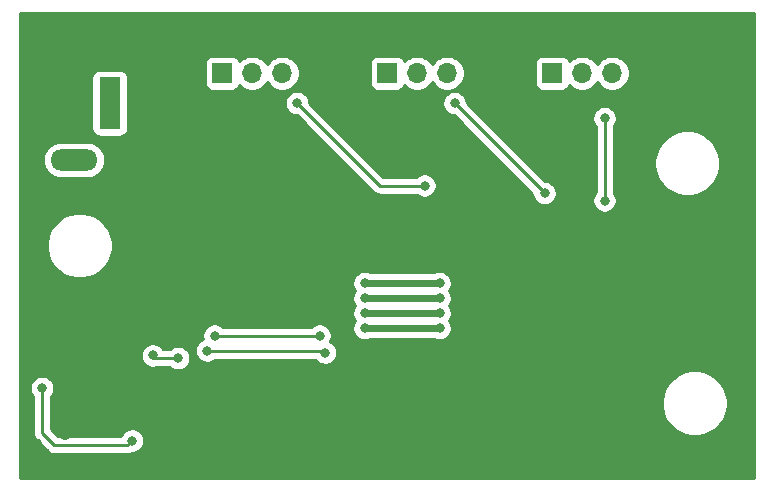
<source format=gbr>
G04 #@! TF.GenerationSoftware,KiCad,Pcbnew,(5.1.5)-3*
G04 #@! TF.CreationDate,2020-06-12T14:11:04-04:00*
G04 #@! TF.ProjectId,main,6d61696e-2e6b-4696-9361-645f70636258,rev?*
G04 #@! TF.SameCoordinates,Original*
G04 #@! TF.FileFunction,Copper,L2,Bot*
G04 #@! TF.FilePolarity,Positive*
%FSLAX46Y46*%
G04 Gerber Fmt 4.6, Leading zero omitted, Abs format (unit mm)*
G04 Created by KiCad (PCBNEW (5.1.5)-3) date 2020-06-12 14:11:04*
%MOMM*%
%LPD*%
G04 APERTURE LIST*
%ADD10O,1.700000X1.700000*%
%ADD11R,1.700000X1.700000*%
%ADD12O,1.550000X1.000000*%
%ADD13O,0.950000X1.250000*%
%ADD14R,1.800000X4.400000*%
%ADD15O,1.800000X4.000000*%
%ADD16O,4.000000X1.800000*%
%ADD17C,0.800000*%
%ADD18C,0.250000*%
%ADD19C,0.600000*%
%ADD20C,0.254000*%
G04 APERTURE END LIST*
D10*
X130810000Y-89535000D03*
X128270000Y-89535000D03*
X125730000Y-89535000D03*
D11*
X123190000Y-89535000D03*
D10*
X116840000Y-89535000D03*
X114300000Y-89535000D03*
X111760000Y-89535000D03*
D11*
X109220000Y-89535000D03*
D12*
X93185000Y-120975000D03*
X93185000Y-113975000D03*
D13*
X95885000Y-114975000D03*
X95885000Y-119975000D03*
D10*
X144780000Y-89535000D03*
X142240000Y-89535000D03*
X139700000Y-89535000D03*
D11*
X137160000Y-89535000D03*
D14*
X99695000Y-92075000D03*
D15*
X93895000Y-92075000D03*
D16*
X96695000Y-96875000D03*
D17*
X92710000Y-85725000D03*
X101600000Y-85725000D03*
X102235000Y-123190000D03*
X99060000Y-116205000D03*
X111125000Y-114935000D03*
X147320000Y-111760000D03*
X123190000Y-122555000D03*
X121285000Y-102235000D03*
X106680000Y-102870000D03*
X104140000Y-103505000D03*
X93345000Y-110490000D03*
X139700000Y-122555000D03*
X130810000Y-114935000D03*
X134620000Y-111125000D03*
X109855000Y-95885000D03*
X116205000Y-103505000D03*
X117475000Y-121920000D03*
X107950000Y-121285000D03*
X101600000Y-120650000D03*
X93980000Y-116205000D03*
X121285000Y-108585000D03*
X127635000Y-108585000D03*
X121285000Y-107315000D03*
X127635000Y-107315000D03*
X121285000Y-109855000D03*
X127635000Y-109855000D03*
X121285000Y-111125000D03*
X127635000Y-111125000D03*
X141605000Y-93345000D03*
X141605000Y-100330002D03*
X126365000Y-99060000D03*
X115570000Y-92075000D03*
X128905000Y-92075000D03*
X136524994Y-99695000D03*
X107950000Y-113030000D03*
X117934000Y-113206000D03*
X105500010Y-113665000D03*
X103345740Y-113433940D03*
X108585000Y-111760000D03*
X117475000Y-111760000D03*
D18*
X101200001Y-121049999D02*
X95014999Y-121049999D01*
X101600000Y-120650000D02*
X101200001Y-121049999D01*
X95014999Y-121049999D02*
X93980000Y-120015000D01*
X93980000Y-120015000D02*
X93980000Y-116205000D01*
D19*
X121285000Y-108585000D02*
X127635000Y-108585000D01*
X127635000Y-107315000D02*
X121285000Y-107315000D01*
X127635000Y-109855000D02*
X121285000Y-109855000D01*
X121285000Y-111125000D02*
X127635000Y-111125000D01*
D18*
X141605000Y-93345000D02*
X141605000Y-100330002D01*
X126365000Y-99060000D02*
X122555000Y-99060000D01*
X122555000Y-99060000D02*
X115969999Y-92474999D01*
X115969999Y-92474999D02*
X115570000Y-92075000D01*
X136524994Y-99694994D02*
X136524994Y-99695000D01*
X128905000Y-92075000D02*
X136524994Y-99694994D01*
X107950000Y-113030000D02*
X117758000Y-113030000D01*
X117758000Y-113030000D02*
X117934000Y-113206000D01*
X103576800Y-113665000D02*
X103345740Y-113433940D01*
X105500010Y-113665000D02*
X103576800Y-113665000D01*
X108585000Y-111760000D02*
X117475000Y-111760000D01*
D20*
G36*
X154280001Y-123800000D02*
G01*
X92100000Y-123800000D01*
X92100000Y-116103061D01*
X92945000Y-116103061D01*
X92945000Y-116306939D01*
X92984774Y-116506898D01*
X93062795Y-116695256D01*
X93176063Y-116864774D01*
X93220001Y-116908712D01*
X93220000Y-119977677D01*
X93216324Y-120015000D01*
X93220000Y-120052322D01*
X93220000Y-120052332D01*
X93230997Y-120163985D01*
X93269222Y-120289999D01*
X93274454Y-120307246D01*
X93345026Y-120439276D01*
X93384871Y-120487826D01*
X93439999Y-120555001D01*
X93469002Y-120578804D01*
X94451200Y-121561002D01*
X94474998Y-121590000D01*
X94503996Y-121613798D01*
X94590723Y-121684973D01*
X94722752Y-121755545D01*
X94866013Y-121799002D01*
X95014999Y-121813676D01*
X95052332Y-121809999D01*
X101162679Y-121809999D01*
X101200001Y-121813675D01*
X101237323Y-121809999D01*
X101237334Y-121809999D01*
X101348987Y-121799002D01*
X101492248Y-121755545D01*
X101624226Y-121685000D01*
X101701939Y-121685000D01*
X101901898Y-121645226D01*
X102090256Y-121567205D01*
X102259774Y-121453937D01*
X102403937Y-121309774D01*
X102517205Y-121140256D01*
X102595226Y-120951898D01*
X102635000Y-120751939D01*
X102635000Y-120548061D01*
X102595226Y-120348102D01*
X102517205Y-120159744D01*
X102403937Y-119990226D01*
X102259774Y-119846063D01*
X102090256Y-119732795D01*
X101901898Y-119654774D01*
X101701939Y-119615000D01*
X101498061Y-119615000D01*
X101298102Y-119654774D01*
X101109744Y-119732795D01*
X100940226Y-119846063D01*
X100796063Y-119990226D01*
X100682795Y-120159744D01*
X100628841Y-120289999D01*
X95329801Y-120289999D01*
X94740000Y-119700199D01*
X94740000Y-117200701D01*
X146440000Y-117200701D01*
X146440000Y-117749299D01*
X146547026Y-118287354D01*
X146756965Y-118794192D01*
X147061750Y-119250334D01*
X147449666Y-119638250D01*
X147905808Y-119943035D01*
X148412646Y-120152974D01*
X148950701Y-120260000D01*
X149499299Y-120260000D01*
X150037354Y-120152974D01*
X150544192Y-119943035D01*
X151000334Y-119638250D01*
X151388250Y-119250334D01*
X151693035Y-118794192D01*
X151902974Y-118287354D01*
X152010000Y-117749299D01*
X152010000Y-117200701D01*
X151902974Y-116662646D01*
X151693035Y-116155808D01*
X151388250Y-115699666D01*
X151000334Y-115311750D01*
X150544192Y-115006965D01*
X150037354Y-114797026D01*
X149499299Y-114690000D01*
X148950701Y-114690000D01*
X148412646Y-114797026D01*
X147905808Y-115006965D01*
X147449666Y-115311750D01*
X147061750Y-115699666D01*
X146756965Y-116155808D01*
X146547026Y-116662646D01*
X146440000Y-117200701D01*
X94740000Y-117200701D01*
X94740000Y-116908711D01*
X94783937Y-116864774D01*
X94897205Y-116695256D01*
X94975226Y-116506898D01*
X95015000Y-116306939D01*
X95015000Y-116103061D01*
X94975226Y-115903102D01*
X94897205Y-115714744D01*
X94783937Y-115545226D01*
X94639774Y-115401063D01*
X94470256Y-115287795D01*
X94281898Y-115209774D01*
X94081939Y-115170000D01*
X93878061Y-115170000D01*
X93678102Y-115209774D01*
X93489744Y-115287795D01*
X93320226Y-115401063D01*
X93176063Y-115545226D01*
X93062795Y-115714744D01*
X92984774Y-115903102D01*
X92945000Y-116103061D01*
X92100000Y-116103061D01*
X92100000Y-113332001D01*
X102310740Y-113332001D01*
X102310740Y-113535879D01*
X102350514Y-113735838D01*
X102428535Y-113924196D01*
X102541803Y-114093714D01*
X102685966Y-114237877D01*
X102855484Y-114351145D01*
X103043842Y-114429166D01*
X103243801Y-114468940D01*
X103447679Y-114468940D01*
X103647638Y-114429166D01*
X103657696Y-114425000D01*
X104796299Y-114425000D01*
X104840236Y-114468937D01*
X105009754Y-114582205D01*
X105198112Y-114660226D01*
X105398071Y-114700000D01*
X105601949Y-114700000D01*
X105801908Y-114660226D01*
X105990266Y-114582205D01*
X106159784Y-114468937D01*
X106303947Y-114324774D01*
X106417215Y-114155256D01*
X106495236Y-113966898D01*
X106535010Y-113766939D01*
X106535010Y-113563061D01*
X106495236Y-113363102D01*
X106417215Y-113174744D01*
X106303947Y-113005226D01*
X106226782Y-112928061D01*
X106915000Y-112928061D01*
X106915000Y-113131939D01*
X106954774Y-113331898D01*
X107032795Y-113520256D01*
X107146063Y-113689774D01*
X107290226Y-113833937D01*
X107459744Y-113947205D01*
X107648102Y-114025226D01*
X107848061Y-114065000D01*
X108051939Y-114065000D01*
X108251898Y-114025226D01*
X108440256Y-113947205D01*
X108609774Y-113833937D01*
X108653711Y-113790000D01*
X117079433Y-113790000D01*
X117130063Y-113865774D01*
X117274226Y-114009937D01*
X117443744Y-114123205D01*
X117632102Y-114201226D01*
X117832061Y-114241000D01*
X118035939Y-114241000D01*
X118235898Y-114201226D01*
X118424256Y-114123205D01*
X118593774Y-114009937D01*
X118737937Y-113865774D01*
X118851205Y-113696256D01*
X118929226Y-113507898D01*
X118969000Y-113307939D01*
X118969000Y-113104061D01*
X118929226Y-112904102D01*
X118851205Y-112715744D01*
X118737937Y-112546226D01*
X118593774Y-112402063D01*
X118424256Y-112288795D01*
X118378984Y-112270043D01*
X118392205Y-112250256D01*
X118470226Y-112061898D01*
X118510000Y-111861939D01*
X118510000Y-111658061D01*
X118470226Y-111458102D01*
X118392205Y-111269744D01*
X118278937Y-111100226D01*
X118134774Y-110956063D01*
X117965256Y-110842795D01*
X117776898Y-110764774D01*
X117576939Y-110725000D01*
X117373061Y-110725000D01*
X117173102Y-110764774D01*
X116984744Y-110842795D01*
X116815226Y-110956063D01*
X116771289Y-111000000D01*
X109288711Y-111000000D01*
X109244774Y-110956063D01*
X109075256Y-110842795D01*
X108886898Y-110764774D01*
X108686939Y-110725000D01*
X108483061Y-110725000D01*
X108283102Y-110764774D01*
X108094744Y-110842795D01*
X107925226Y-110956063D01*
X107781063Y-111100226D01*
X107667795Y-111269744D01*
X107589774Y-111458102D01*
X107550000Y-111658061D01*
X107550000Y-111861939D01*
X107589229Y-112059160D01*
X107459744Y-112112795D01*
X107290226Y-112226063D01*
X107146063Y-112370226D01*
X107032795Y-112539744D01*
X106954774Y-112728102D01*
X106915000Y-112928061D01*
X106226782Y-112928061D01*
X106159784Y-112861063D01*
X105990266Y-112747795D01*
X105801908Y-112669774D01*
X105601949Y-112630000D01*
X105398071Y-112630000D01*
X105198112Y-112669774D01*
X105009754Y-112747795D01*
X104840236Y-112861063D01*
X104796299Y-112905000D01*
X104237097Y-112905000D01*
X104149677Y-112774166D01*
X104005514Y-112630003D01*
X103835996Y-112516735D01*
X103647638Y-112438714D01*
X103447679Y-112398940D01*
X103243801Y-112398940D01*
X103043842Y-112438714D01*
X102855484Y-112516735D01*
X102685966Y-112630003D01*
X102541803Y-112774166D01*
X102428535Y-112943684D01*
X102350514Y-113132042D01*
X102310740Y-113332001D01*
X92100000Y-113332001D01*
X92100000Y-107213061D01*
X120250000Y-107213061D01*
X120250000Y-107416939D01*
X120289774Y-107616898D01*
X120367795Y-107805256D01*
X120464510Y-107950000D01*
X120367795Y-108094744D01*
X120289774Y-108283102D01*
X120250000Y-108483061D01*
X120250000Y-108686939D01*
X120289774Y-108886898D01*
X120367795Y-109075256D01*
X120464510Y-109220000D01*
X120367795Y-109364744D01*
X120289774Y-109553102D01*
X120250000Y-109753061D01*
X120250000Y-109956939D01*
X120289774Y-110156898D01*
X120367795Y-110345256D01*
X120464510Y-110490000D01*
X120367795Y-110634744D01*
X120289774Y-110823102D01*
X120250000Y-111023061D01*
X120250000Y-111226939D01*
X120289774Y-111426898D01*
X120367795Y-111615256D01*
X120481063Y-111784774D01*
X120625226Y-111928937D01*
X120794744Y-112042205D01*
X120983102Y-112120226D01*
X121183061Y-112160000D01*
X121386939Y-112160000D01*
X121586898Y-112120226D01*
X121732295Y-112060000D01*
X127187705Y-112060000D01*
X127333102Y-112120226D01*
X127533061Y-112160000D01*
X127736939Y-112160000D01*
X127936898Y-112120226D01*
X128125256Y-112042205D01*
X128294774Y-111928937D01*
X128438937Y-111784774D01*
X128552205Y-111615256D01*
X128630226Y-111426898D01*
X128670000Y-111226939D01*
X128670000Y-111023061D01*
X128630226Y-110823102D01*
X128552205Y-110634744D01*
X128455490Y-110490000D01*
X128552205Y-110345256D01*
X128630226Y-110156898D01*
X128670000Y-109956939D01*
X128670000Y-109753061D01*
X128630226Y-109553102D01*
X128552205Y-109364744D01*
X128455490Y-109220000D01*
X128552205Y-109075256D01*
X128630226Y-108886898D01*
X128670000Y-108686939D01*
X128670000Y-108483061D01*
X128630226Y-108283102D01*
X128552205Y-108094744D01*
X128455490Y-107950000D01*
X128552205Y-107805256D01*
X128630226Y-107616898D01*
X128670000Y-107416939D01*
X128670000Y-107213061D01*
X128630226Y-107013102D01*
X128552205Y-106824744D01*
X128438937Y-106655226D01*
X128294774Y-106511063D01*
X128125256Y-106397795D01*
X127936898Y-106319774D01*
X127736939Y-106280000D01*
X127533061Y-106280000D01*
X127333102Y-106319774D01*
X127187705Y-106380000D01*
X121732295Y-106380000D01*
X121586898Y-106319774D01*
X121386939Y-106280000D01*
X121183061Y-106280000D01*
X120983102Y-106319774D01*
X120794744Y-106397795D01*
X120625226Y-106511063D01*
X120481063Y-106655226D01*
X120367795Y-106824744D01*
X120289774Y-107013102D01*
X120250000Y-107213061D01*
X92100000Y-107213061D01*
X92100000Y-103865701D01*
X94370000Y-103865701D01*
X94370000Y-104414299D01*
X94477026Y-104952354D01*
X94686965Y-105459192D01*
X94991750Y-105915334D01*
X95379666Y-106303250D01*
X95835808Y-106608035D01*
X96342646Y-106817974D01*
X96880701Y-106925000D01*
X97429299Y-106925000D01*
X97967354Y-106817974D01*
X98474192Y-106608035D01*
X98930334Y-106303250D01*
X99318250Y-105915334D01*
X99623035Y-105459192D01*
X99832974Y-104952354D01*
X99940000Y-104414299D01*
X99940000Y-103865701D01*
X99832974Y-103327646D01*
X99623035Y-102820808D01*
X99318250Y-102364666D01*
X98930334Y-101976750D01*
X98474192Y-101671965D01*
X97967354Y-101462026D01*
X97429299Y-101355000D01*
X96880701Y-101355000D01*
X96342646Y-101462026D01*
X95835808Y-101671965D01*
X95379666Y-101976750D01*
X94991750Y-102364666D01*
X94686965Y-102820808D01*
X94477026Y-103327646D01*
X94370000Y-103865701D01*
X92100000Y-103865701D01*
X92100000Y-96875000D01*
X94052573Y-96875000D01*
X94082210Y-97175913D01*
X94169983Y-97465261D01*
X94312519Y-97731927D01*
X94504339Y-97965661D01*
X94738073Y-98157481D01*
X95004739Y-98300017D01*
X95294087Y-98387790D01*
X95519592Y-98410000D01*
X97870408Y-98410000D01*
X98095913Y-98387790D01*
X98385261Y-98300017D01*
X98651927Y-98157481D01*
X98885661Y-97965661D01*
X99077481Y-97731927D01*
X99220017Y-97465261D01*
X99307790Y-97175913D01*
X99337427Y-96875000D01*
X99307790Y-96574087D01*
X99220017Y-96284739D01*
X99077481Y-96018073D01*
X98885661Y-95784339D01*
X98651927Y-95592519D01*
X98385261Y-95449983D01*
X98095913Y-95362210D01*
X97870408Y-95340000D01*
X95519592Y-95340000D01*
X95294087Y-95362210D01*
X95004739Y-95449983D01*
X94738073Y-95592519D01*
X94504339Y-95784339D01*
X94312519Y-96018073D01*
X94169983Y-96284739D01*
X94082210Y-96574087D01*
X94052573Y-96875000D01*
X92100000Y-96875000D01*
X92100000Y-89875000D01*
X98156928Y-89875000D01*
X98156928Y-94275000D01*
X98169188Y-94399482D01*
X98205498Y-94519180D01*
X98264463Y-94629494D01*
X98343815Y-94726185D01*
X98440506Y-94805537D01*
X98550820Y-94864502D01*
X98670518Y-94900812D01*
X98795000Y-94913072D01*
X100595000Y-94913072D01*
X100719482Y-94900812D01*
X100839180Y-94864502D01*
X100949494Y-94805537D01*
X101046185Y-94726185D01*
X101125537Y-94629494D01*
X101184502Y-94519180D01*
X101220812Y-94399482D01*
X101233072Y-94275000D01*
X101233072Y-91973061D01*
X114535000Y-91973061D01*
X114535000Y-92176939D01*
X114574774Y-92376898D01*
X114652795Y-92565256D01*
X114766063Y-92734774D01*
X114910226Y-92878937D01*
X115079744Y-92992205D01*
X115268102Y-93070226D01*
X115468061Y-93110000D01*
X115530199Y-93110000D01*
X121991201Y-99571003D01*
X122014999Y-99600001D01*
X122130724Y-99694974D01*
X122262753Y-99765546D01*
X122406014Y-99809003D01*
X122517667Y-99820000D01*
X122517675Y-99820000D01*
X122555000Y-99823676D01*
X122592325Y-99820000D01*
X125661289Y-99820000D01*
X125705226Y-99863937D01*
X125874744Y-99977205D01*
X126063102Y-100055226D01*
X126263061Y-100095000D01*
X126466939Y-100095000D01*
X126666898Y-100055226D01*
X126855256Y-99977205D01*
X127024774Y-99863937D01*
X127168937Y-99719774D01*
X127282205Y-99550256D01*
X127360226Y-99361898D01*
X127400000Y-99161939D01*
X127400000Y-98958061D01*
X127360226Y-98758102D01*
X127282205Y-98569744D01*
X127168937Y-98400226D01*
X127024774Y-98256063D01*
X126855256Y-98142795D01*
X126666898Y-98064774D01*
X126466939Y-98025000D01*
X126263061Y-98025000D01*
X126063102Y-98064774D01*
X125874744Y-98142795D01*
X125705226Y-98256063D01*
X125661289Y-98300000D01*
X122869802Y-98300000D01*
X116605000Y-92035199D01*
X116605000Y-91973061D01*
X127870000Y-91973061D01*
X127870000Y-92176939D01*
X127909774Y-92376898D01*
X127987795Y-92565256D01*
X128101063Y-92734774D01*
X128245226Y-92878937D01*
X128414744Y-92992205D01*
X128603102Y-93070226D01*
X128803061Y-93110000D01*
X128865199Y-93110000D01*
X135489994Y-99734796D01*
X135489994Y-99796939D01*
X135529768Y-99996898D01*
X135607789Y-100185256D01*
X135721057Y-100354774D01*
X135865220Y-100498937D01*
X136034738Y-100612205D01*
X136223096Y-100690226D01*
X136423055Y-100730000D01*
X136626933Y-100730000D01*
X136826892Y-100690226D01*
X137015250Y-100612205D01*
X137184768Y-100498937D01*
X137328931Y-100354774D01*
X137442199Y-100185256D01*
X137520220Y-99996898D01*
X137559994Y-99796939D01*
X137559994Y-99593061D01*
X137520220Y-99393102D01*
X137442199Y-99204744D01*
X137328931Y-99035226D01*
X137184768Y-98891063D01*
X137015250Y-98777795D01*
X136826892Y-98699774D01*
X136626933Y-98660000D01*
X136564802Y-98660000D01*
X131147863Y-93243061D01*
X140570000Y-93243061D01*
X140570000Y-93446939D01*
X140609774Y-93646898D01*
X140687795Y-93835256D01*
X140801063Y-94004774D01*
X140845000Y-94048711D01*
X140845001Y-99626290D01*
X140801063Y-99670228D01*
X140687795Y-99839746D01*
X140609774Y-100028104D01*
X140570000Y-100228063D01*
X140570000Y-100431941D01*
X140609774Y-100631900D01*
X140687795Y-100820258D01*
X140801063Y-100989776D01*
X140945226Y-101133939D01*
X141114744Y-101247207D01*
X141303102Y-101325228D01*
X141503061Y-101365002D01*
X141706939Y-101365002D01*
X141906898Y-101325228D01*
X142095256Y-101247207D01*
X142264774Y-101133939D01*
X142408937Y-100989776D01*
X142522205Y-100820258D01*
X142600226Y-100631900D01*
X142640000Y-100431941D01*
X142640000Y-100228063D01*
X142600226Y-100028104D01*
X142522205Y-99839746D01*
X142408937Y-99670228D01*
X142365000Y-99626291D01*
X142365000Y-96880701D01*
X145805000Y-96880701D01*
X145805000Y-97429299D01*
X145912026Y-97967354D01*
X146121965Y-98474192D01*
X146426750Y-98930334D01*
X146814666Y-99318250D01*
X147270808Y-99623035D01*
X147777646Y-99832974D01*
X148315701Y-99940000D01*
X148864299Y-99940000D01*
X149402354Y-99832974D01*
X149909192Y-99623035D01*
X150365334Y-99318250D01*
X150753250Y-98930334D01*
X151058035Y-98474192D01*
X151267974Y-97967354D01*
X151375000Y-97429299D01*
X151375000Y-96880701D01*
X151267974Y-96342646D01*
X151058035Y-95835808D01*
X150753250Y-95379666D01*
X150365334Y-94991750D01*
X149909192Y-94686965D01*
X149402354Y-94477026D01*
X148864299Y-94370000D01*
X148315701Y-94370000D01*
X147777646Y-94477026D01*
X147270808Y-94686965D01*
X146814666Y-94991750D01*
X146426750Y-95379666D01*
X146121965Y-95835808D01*
X145912026Y-96342646D01*
X145805000Y-96880701D01*
X142365000Y-96880701D01*
X142365000Y-94048711D01*
X142408937Y-94004774D01*
X142522205Y-93835256D01*
X142600226Y-93646898D01*
X142640000Y-93446939D01*
X142640000Y-93243061D01*
X142600226Y-93043102D01*
X142522205Y-92854744D01*
X142408937Y-92685226D01*
X142264774Y-92541063D01*
X142095256Y-92427795D01*
X141906898Y-92349774D01*
X141706939Y-92310000D01*
X141503061Y-92310000D01*
X141303102Y-92349774D01*
X141114744Y-92427795D01*
X140945226Y-92541063D01*
X140801063Y-92685226D01*
X140687795Y-92854744D01*
X140609774Y-93043102D01*
X140570000Y-93243061D01*
X131147863Y-93243061D01*
X129940000Y-92035199D01*
X129940000Y-91973061D01*
X129900226Y-91773102D01*
X129822205Y-91584744D01*
X129708937Y-91415226D01*
X129564774Y-91271063D01*
X129395256Y-91157795D01*
X129206898Y-91079774D01*
X129006939Y-91040000D01*
X128803061Y-91040000D01*
X128603102Y-91079774D01*
X128414744Y-91157795D01*
X128245226Y-91271063D01*
X128101063Y-91415226D01*
X127987795Y-91584744D01*
X127909774Y-91773102D01*
X127870000Y-91973061D01*
X116605000Y-91973061D01*
X116565226Y-91773102D01*
X116487205Y-91584744D01*
X116373937Y-91415226D01*
X116229774Y-91271063D01*
X116060256Y-91157795D01*
X115871898Y-91079774D01*
X115671939Y-91040000D01*
X115468061Y-91040000D01*
X115268102Y-91079774D01*
X115079744Y-91157795D01*
X114910226Y-91271063D01*
X114766063Y-91415226D01*
X114652795Y-91584744D01*
X114574774Y-91773102D01*
X114535000Y-91973061D01*
X101233072Y-91973061D01*
X101233072Y-89875000D01*
X101220812Y-89750518D01*
X101184502Y-89630820D01*
X101125537Y-89520506D01*
X101046185Y-89423815D01*
X100949494Y-89344463D01*
X100839180Y-89285498D01*
X100719482Y-89249188D01*
X100595000Y-89236928D01*
X98795000Y-89236928D01*
X98670518Y-89249188D01*
X98550820Y-89285498D01*
X98440506Y-89344463D01*
X98343815Y-89423815D01*
X98264463Y-89520506D01*
X98205498Y-89630820D01*
X98169188Y-89750518D01*
X98156928Y-89875000D01*
X92100000Y-89875000D01*
X92100000Y-88685000D01*
X107731928Y-88685000D01*
X107731928Y-90385000D01*
X107744188Y-90509482D01*
X107780498Y-90629180D01*
X107839463Y-90739494D01*
X107918815Y-90836185D01*
X108015506Y-90915537D01*
X108125820Y-90974502D01*
X108245518Y-91010812D01*
X108370000Y-91023072D01*
X110070000Y-91023072D01*
X110194482Y-91010812D01*
X110314180Y-90974502D01*
X110424494Y-90915537D01*
X110521185Y-90836185D01*
X110600537Y-90739494D01*
X110659502Y-90629180D01*
X110681513Y-90556620D01*
X110813368Y-90688475D01*
X111056589Y-90850990D01*
X111326842Y-90962932D01*
X111613740Y-91020000D01*
X111906260Y-91020000D01*
X112193158Y-90962932D01*
X112463411Y-90850990D01*
X112706632Y-90688475D01*
X112913475Y-90481632D01*
X113030000Y-90307240D01*
X113146525Y-90481632D01*
X113353368Y-90688475D01*
X113596589Y-90850990D01*
X113866842Y-90962932D01*
X114153740Y-91020000D01*
X114446260Y-91020000D01*
X114733158Y-90962932D01*
X115003411Y-90850990D01*
X115246632Y-90688475D01*
X115453475Y-90481632D01*
X115615990Y-90238411D01*
X115727932Y-89968158D01*
X115785000Y-89681260D01*
X115785000Y-89388740D01*
X115727932Y-89101842D01*
X115615990Y-88831589D01*
X115518043Y-88685000D01*
X121701928Y-88685000D01*
X121701928Y-90385000D01*
X121714188Y-90509482D01*
X121750498Y-90629180D01*
X121809463Y-90739494D01*
X121888815Y-90836185D01*
X121985506Y-90915537D01*
X122095820Y-90974502D01*
X122215518Y-91010812D01*
X122340000Y-91023072D01*
X124040000Y-91023072D01*
X124164482Y-91010812D01*
X124284180Y-90974502D01*
X124394494Y-90915537D01*
X124491185Y-90836185D01*
X124570537Y-90739494D01*
X124629502Y-90629180D01*
X124651513Y-90556620D01*
X124783368Y-90688475D01*
X125026589Y-90850990D01*
X125296842Y-90962932D01*
X125583740Y-91020000D01*
X125876260Y-91020000D01*
X126163158Y-90962932D01*
X126433411Y-90850990D01*
X126676632Y-90688475D01*
X126883475Y-90481632D01*
X127000000Y-90307240D01*
X127116525Y-90481632D01*
X127323368Y-90688475D01*
X127566589Y-90850990D01*
X127836842Y-90962932D01*
X128123740Y-91020000D01*
X128416260Y-91020000D01*
X128703158Y-90962932D01*
X128973411Y-90850990D01*
X129216632Y-90688475D01*
X129423475Y-90481632D01*
X129585990Y-90238411D01*
X129697932Y-89968158D01*
X129755000Y-89681260D01*
X129755000Y-89388740D01*
X129697932Y-89101842D01*
X129585990Y-88831589D01*
X129488043Y-88685000D01*
X135671928Y-88685000D01*
X135671928Y-90385000D01*
X135684188Y-90509482D01*
X135720498Y-90629180D01*
X135779463Y-90739494D01*
X135858815Y-90836185D01*
X135955506Y-90915537D01*
X136065820Y-90974502D01*
X136185518Y-91010812D01*
X136310000Y-91023072D01*
X138010000Y-91023072D01*
X138134482Y-91010812D01*
X138254180Y-90974502D01*
X138364494Y-90915537D01*
X138461185Y-90836185D01*
X138540537Y-90739494D01*
X138599502Y-90629180D01*
X138621513Y-90556620D01*
X138753368Y-90688475D01*
X138996589Y-90850990D01*
X139266842Y-90962932D01*
X139553740Y-91020000D01*
X139846260Y-91020000D01*
X140133158Y-90962932D01*
X140403411Y-90850990D01*
X140646632Y-90688475D01*
X140853475Y-90481632D01*
X140970000Y-90307240D01*
X141086525Y-90481632D01*
X141293368Y-90688475D01*
X141536589Y-90850990D01*
X141806842Y-90962932D01*
X142093740Y-91020000D01*
X142386260Y-91020000D01*
X142673158Y-90962932D01*
X142943411Y-90850990D01*
X143186632Y-90688475D01*
X143393475Y-90481632D01*
X143555990Y-90238411D01*
X143667932Y-89968158D01*
X143725000Y-89681260D01*
X143725000Y-89388740D01*
X143667932Y-89101842D01*
X143555990Y-88831589D01*
X143393475Y-88588368D01*
X143186632Y-88381525D01*
X142943411Y-88219010D01*
X142673158Y-88107068D01*
X142386260Y-88050000D01*
X142093740Y-88050000D01*
X141806842Y-88107068D01*
X141536589Y-88219010D01*
X141293368Y-88381525D01*
X141086525Y-88588368D01*
X140970000Y-88762760D01*
X140853475Y-88588368D01*
X140646632Y-88381525D01*
X140403411Y-88219010D01*
X140133158Y-88107068D01*
X139846260Y-88050000D01*
X139553740Y-88050000D01*
X139266842Y-88107068D01*
X138996589Y-88219010D01*
X138753368Y-88381525D01*
X138621513Y-88513380D01*
X138599502Y-88440820D01*
X138540537Y-88330506D01*
X138461185Y-88233815D01*
X138364494Y-88154463D01*
X138254180Y-88095498D01*
X138134482Y-88059188D01*
X138010000Y-88046928D01*
X136310000Y-88046928D01*
X136185518Y-88059188D01*
X136065820Y-88095498D01*
X135955506Y-88154463D01*
X135858815Y-88233815D01*
X135779463Y-88330506D01*
X135720498Y-88440820D01*
X135684188Y-88560518D01*
X135671928Y-88685000D01*
X129488043Y-88685000D01*
X129423475Y-88588368D01*
X129216632Y-88381525D01*
X128973411Y-88219010D01*
X128703158Y-88107068D01*
X128416260Y-88050000D01*
X128123740Y-88050000D01*
X127836842Y-88107068D01*
X127566589Y-88219010D01*
X127323368Y-88381525D01*
X127116525Y-88588368D01*
X127000000Y-88762760D01*
X126883475Y-88588368D01*
X126676632Y-88381525D01*
X126433411Y-88219010D01*
X126163158Y-88107068D01*
X125876260Y-88050000D01*
X125583740Y-88050000D01*
X125296842Y-88107068D01*
X125026589Y-88219010D01*
X124783368Y-88381525D01*
X124651513Y-88513380D01*
X124629502Y-88440820D01*
X124570537Y-88330506D01*
X124491185Y-88233815D01*
X124394494Y-88154463D01*
X124284180Y-88095498D01*
X124164482Y-88059188D01*
X124040000Y-88046928D01*
X122340000Y-88046928D01*
X122215518Y-88059188D01*
X122095820Y-88095498D01*
X121985506Y-88154463D01*
X121888815Y-88233815D01*
X121809463Y-88330506D01*
X121750498Y-88440820D01*
X121714188Y-88560518D01*
X121701928Y-88685000D01*
X115518043Y-88685000D01*
X115453475Y-88588368D01*
X115246632Y-88381525D01*
X115003411Y-88219010D01*
X114733158Y-88107068D01*
X114446260Y-88050000D01*
X114153740Y-88050000D01*
X113866842Y-88107068D01*
X113596589Y-88219010D01*
X113353368Y-88381525D01*
X113146525Y-88588368D01*
X113030000Y-88762760D01*
X112913475Y-88588368D01*
X112706632Y-88381525D01*
X112463411Y-88219010D01*
X112193158Y-88107068D01*
X111906260Y-88050000D01*
X111613740Y-88050000D01*
X111326842Y-88107068D01*
X111056589Y-88219010D01*
X110813368Y-88381525D01*
X110681513Y-88513380D01*
X110659502Y-88440820D01*
X110600537Y-88330506D01*
X110521185Y-88233815D01*
X110424494Y-88154463D01*
X110314180Y-88095498D01*
X110194482Y-88059188D01*
X110070000Y-88046928D01*
X108370000Y-88046928D01*
X108245518Y-88059188D01*
X108125820Y-88095498D01*
X108015506Y-88154463D01*
X107918815Y-88233815D01*
X107839463Y-88330506D01*
X107780498Y-88440820D01*
X107744188Y-88560518D01*
X107731928Y-88685000D01*
X92100000Y-88685000D01*
X92100000Y-84480000D01*
X154280000Y-84480000D01*
X154280001Y-123800000D01*
G37*
X154280001Y-123800000D02*
X92100000Y-123800000D01*
X92100000Y-116103061D01*
X92945000Y-116103061D01*
X92945000Y-116306939D01*
X92984774Y-116506898D01*
X93062795Y-116695256D01*
X93176063Y-116864774D01*
X93220001Y-116908712D01*
X93220000Y-119977677D01*
X93216324Y-120015000D01*
X93220000Y-120052322D01*
X93220000Y-120052332D01*
X93230997Y-120163985D01*
X93269222Y-120289999D01*
X93274454Y-120307246D01*
X93345026Y-120439276D01*
X93384871Y-120487826D01*
X93439999Y-120555001D01*
X93469002Y-120578804D01*
X94451200Y-121561002D01*
X94474998Y-121590000D01*
X94503996Y-121613798D01*
X94590723Y-121684973D01*
X94722752Y-121755545D01*
X94866013Y-121799002D01*
X95014999Y-121813676D01*
X95052332Y-121809999D01*
X101162679Y-121809999D01*
X101200001Y-121813675D01*
X101237323Y-121809999D01*
X101237334Y-121809999D01*
X101348987Y-121799002D01*
X101492248Y-121755545D01*
X101624226Y-121685000D01*
X101701939Y-121685000D01*
X101901898Y-121645226D01*
X102090256Y-121567205D01*
X102259774Y-121453937D01*
X102403937Y-121309774D01*
X102517205Y-121140256D01*
X102595226Y-120951898D01*
X102635000Y-120751939D01*
X102635000Y-120548061D01*
X102595226Y-120348102D01*
X102517205Y-120159744D01*
X102403937Y-119990226D01*
X102259774Y-119846063D01*
X102090256Y-119732795D01*
X101901898Y-119654774D01*
X101701939Y-119615000D01*
X101498061Y-119615000D01*
X101298102Y-119654774D01*
X101109744Y-119732795D01*
X100940226Y-119846063D01*
X100796063Y-119990226D01*
X100682795Y-120159744D01*
X100628841Y-120289999D01*
X95329801Y-120289999D01*
X94740000Y-119700199D01*
X94740000Y-117200701D01*
X146440000Y-117200701D01*
X146440000Y-117749299D01*
X146547026Y-118287354D01*
X146756965Y-118794192D01*
X147061750Y-119250334D01*
X147449666Y-119638250D01*
X147905808Y-119943035D01*
X148412646Y-120152974D01*
X148950701Y-120260000D01*
X149499299Y-120260000D01*
X150037354Y-120152974D01*
X150544192Y-119943035D01*
X151000334Y-119638250D01*
X151388250Y-119250334D01*
X151693035Y-118794192D01*
X151902974Y-118287354D01*
X152010000Y-117749299D01*
X152010000Y-117200701D01*
X151902974Y-116662646D01*
X151693035Y-116155808D01*
X151388250Y-115699666D01*
X151000334Y-115311750D01*
X150544192Y-115006965D01*
X150037354Y-114797026D01*
X149499299Y-114690000D01*
X148950701Y-114690000D01*
X148412646Y-114797026D01*
X147905808Y-115006965D01*
X147449666Y-115311750D01*
X147061750Y-115699666D01*
X146756965Y-116155808D01*
X146547026Y-116662646D01*
X146440000Y-117200701D01*
X94740000Y-117200701D01*
X94740000Y-116908711D01*
X94783937Y-116864774D01*
X94897205Y-116695256D01*
X94975226Y-116506898D01*
X95015000Y-116306939D01*
X95015000Y-116103061D01*
X94975226Y-115903102D01*
X94897205Y-115714744D01*
X94783937Y-115545226D01*
X94639774Y-115401063D01*
X94470256Y-115287795D01*
X94281898Y-115209774D01*
X94081939Y-115170000D01*
X93878061Y-115170000D01*
X93678102Y-115209774D01*
X93489744Y-115287795D01*
X93320226Y-115401063D01*
X93176063Y-115545226D01*
X93062795Y-115714744D01*
X92984774Y-115903102D01*
X92945000Y-116103061D01*
X92100000Y-116103061D01*
X92100000Y-113332001D01*
X102310740Y-113332001D01*
X102310740Y-113535879D01*
X102350514Y-113735838D01*
X102428535Y-113924196D01*
X102541803Y-114093714D01*
X102685966Y-114237877D01*
X102855484Y-114351145D01*
X103043842Y-114429166D01*
X103243801Y-114468940D01*
X103447679Y-114468940D01*
X103647638Y-114429166D01*
X103657696Y-114425000D01*
X104796299Y-114425000D01*
X104840236Y-114468937D01*
X105009754Y-114582205D01*
X105198112Y-114660226D01*
X105398071Y-114700000D01*
X105601949Y-114700000D01*
X105801908Y-114660226D01*
X105990266Y-114582205D01*
X106159784Y-114468937D01*
X106303947Y-114324774D01*
X106417215Y-114155256D01*
X106495236Y-113966898D01*
X106535010Y-113766939D01*
X106535010Y-113563061D01*
X106495236Y-113363102D01*
X106417215Y-113174744D01*
X106303947Y-113005226D01*
X106226782Y-112928061D01*
X106915000Y-112928061D01*
X106915000Y-113131939D01*
X106954774Y-113331898D01*
X107032795Y-113520256D01*
X107146063Y-113689774D01*
X107290226Y-113833937D01*
X107459744Y-113947205D01*
X107648102Y-114025226D01*
X107848061Y-114065000D01*
X108051939Y-114065000D01*
X108251898Y-114025226D01*
X108440256Y-113947205D01*
X108609774Y-113833937D01*
X108653711Y-113790000D01*
X117079433Y-113790000D01*
X117130063Y-113865774D01*
X117274226Y-114009937D01*
X117443744Y-114123205D01*
X117632102Y-114201226D01*
X117832061Y-114241000D01*
X118035939Y-114241000D01*
X118235898Y-114201226D01*
X118424256Y-114123205D01*
X118593774Y-114009937D01*
X118737937Y-113865774D01*
X118851205Y-113696256D01*
X118929226Y-113507898D01*
X118969000Y-113307939D01*
X118969000Y-113104061D01*
X118929226Y-112904102D01*
X118851205Y-112715744D01*
X118737937Y-112546226D01*
X118593774Y-112402063D01*
X118424256Y-112288795D01*
X118378984Y-112270043D01*
X118392205Y-112250256D01*
X118470226Y-112061898D01*
X118510000Y-111861939D01*
X118510000Y-111658061D01*
X118470226Y-111458102D01*
X118392205Y-111269744D01*
X118278937Y-111100226D01*
X118134774Y-110956063D01*
X117965256Y-110842795D01*
X117776898Y-110764774D01*
X117576939Y-110725000D01*
X117373061Y-110725000D01*
X117173102Y-110764774D01*
X116984744Y-110842795D01*
X116815226Y-110956063D01*
X116771289Y-111000000D01*
X109288711Y-111000000D01*
X109244774Y-110956063D01*
X109075256Y-110842795D01*
X108886898Y-110764774D01*
X108686939Y-110725000D01*
X108483061Y-110725000D01*
X108283102Y-110764774D01*
X108094744Y-110842795D01*
X107925226Y-110956063D01*
X107781063Y-111100226D01*
X107667795Y-111269744D01*
X107589774Y-111458102D01*
X107550000Y-111658061D01*
X107550000Y-111861939D01*
X107589229Y-112059160D01*
X107459744Y-112112795D01*
X107290226Y-112226063D01*
X107146063Y-112370226D01*
X107032795Y-112539744D01*
X106954774Y-112728102D01*
X106915000Y-112928061D01*
X106226782Y-112928061D01*
X106159784Y-112861063D01*
X105990266Y-112747795D01*
X105801908Y-112669774D01*
X105601949Y-112630000D01*
X105398071Y-112630000D01*
X105198112Y-112669774D01*
X105009754Y-112747795D01*
X104840236Y-112861063D01*
X104796299Y-112905000D01*
X104237097Y-112905000D01*
X104149677Y-112774166D01*
X104005514Y-112630003D01*
X103835996Y-112516735D01*
X103647638Y-112438714D01*
X103447679Y-112398940D01*
X103243801Y-112398940D01*
X103043842Y-112438714D01*
X102855484Y-112516735D01*
X102685966Y-112630003D01*
X102541803Y-112774166D01*
X102428535Y-112943684D01*
X102350514Y-113132042D01*
X102310740Y-113332001D01*
X92100000Y-113332001D01*
X92100000Y-107213061D01*
X120250000Y-107213061D01*
X120250000Y-107416939D01*
X120289774Y-107616898D01*
X120367795Y-107805256D01*
X120464510Y-107950000D01*
X120367795Y-108094744D01*
X120289774Y-108283102D01*
X120250000Y-108483061D01*
X120250000Y-108686939D01*
X120289774Y-108886898D01*
X120367795Y-109075256D01*
X120464510Y-109220000D01*
X120367795Y-109364744D01*
X120289774Y-109553102D01*
X120250000Y-109753061D01*
X120250000Y-109956939D01*
X120289774Y-110156898D01*
X120367795Y-110345256D01*
X120464510Y-110490000D01*
X120367795Y-110634744D01*
X120289774Y-110823102D01*
X120250000Y-111023061D01*
X120250000Y-111226939D01*
X120289774Y-111426898D01*
X120367795Y-111615256D01*
X120481063Y-111784774D01*
X120625226Y-111928937D01*
X120794744Y-112042205D01*
X120983102Y-112120226D01*
X121183061Y-112160000D01*
X121386939Y-112160000D01*
X121586898Y-112120226D01*
X121732295Y-112060000D01*
X127187705Y-112060000D01*
X127333102Y-112120226D01*
X127533061Y-112160000D01*
X127736939Y-112160000D01*
X127936898Y-112120226D01*
X128125256Y-112042205D01*
X128294774Y-111928937D01*
X128438937Y-111784774D01*
X128552205Y-111615256D01*
X128630226Y-111426898D01*
X128670000Y-111226939D01*
X128670000Y-111023061D01*
X128630226Y-110823102D01*
X128552205Y-110634744D01*
X128455490Y-110490000D01*
X128552205Y-110345256D01*
X128630226Y-110156898D01*
X128670000Y-109956939D01*
X128670000Y-109753061D01*
X128630226Y-109553102D01*
X128552205Y-109364744D01*
X128455490Y-109220000D01*
X128552205Y-109075256D01*
X128630226Y-108886898D01*
X128670000Y-108686939D01*
X128670000Y-108483061D01*
X128630226Y-108283102D01*
X128552205Y-108094744D01*
X128455490Y-107950000D01*
X128552205Y-107805256D01*
X128630226Y-107616898D01*
X128670000Y-107416939D01*
X128670000Y-107213061D01*
X128630226Y-107013102D01*
X128552205Y-106824744D01*
X128438937Y-106655226D01*
X128294774Y-106511063D01*
X128125256Y-106397795D01*
X127936898Y-106319774D01*
X127736939Y-106280000D01*
X127533061Y-106280000D01*
X127333102Y-106319774D01*
X127187705Y-106380000D01*
X121732295Y-106380000D01*
X121586898Y-106319774D01*
X121386939Y-106280000D01*
X121183061Y-106280000D01*
X120983102Y-106319774D01*
X120794744Y-106397795D01*
X120625226Y-106511063D01*
X120481063Y-106655226D01*
X120367795Y-106824744D01*
X120289774Y-107013102D01*
X120250000Y-107213061D01*
X92100000Y-107213061D01*
X92100000Y-103865701D01*
X94370000Y-103865701D01*
X94370000Y-104414299D01*
X94477026Y-104952354D01*
X94686965Y-105459192D01*
X94991750Y-105915334D01*
X95379666Y-106303250D01*
X95835808Y-106608035D01*
X96342646Y-106817974D01*
X96880701Y-106925000D01*
X97429299Y-106925000D01*
X97967354Y-106817974D01*
X98474192Y-106608035D01*
X98930334Y-106303250D01*
X99318250Y-105915334D01*
X99623035Y-105459192D01*
X99832974Y-104952354D01*
X99940000Y-104414299D01*
X99940000Y-103865701D01*
X99832974Y-103327646D01*
X99623035Y-102820808D01*
X99318250Y-102364666D01*
X98930334Y-101976750D01*
X98474192Y-101671965D01*
X97967354Y-101462026D01*
X97429299Y-101355000D01*
X96880701Y-101355000D01*
X96342646Y-101462026D01*
X95835808Y-101671965D01*
X95379666Y-101976750D01*
X94991750Y-102364666D01*
X94686965Y-102820808D01*
X94477026Y-103327646D01*
X94370000Y-103865701D01*
X92100000Y-103865701D01*
X92100000Y-96875000D01*
X94052573Y-96875000D01*
X94082210Y-97175913D01*
X94169983Y-97465261D01*
X94312519Y-97731927D01*
X94504339Y-97965661D01*
X94738073Y-98157481D01*
X95004739Y-98300017D01*
X95294087Y-98387790D01*
X95519592Y-98410000D01*
X97870408Y-98410000D01*
X98095913Y-98387790D01*
X98385261Y-98300017D01*
X98651927Y-98157481D01*
X98885661Y-97965661D01*
X99077481Y-97731927D01*
X99220017Y-97465261D01*
X99307790Y-97175913D01*
X99337427Y-96875000D01*
X99307790Y-96574087D01*
X99220017Y-96284739D01*
X99077481Y-96018073D01*
X98885661Y-95784339D01*
X98651927Y-95592519D01*
X98385261Y-95449983D01*
X98095913Y-95362210D01*
X97870408Y-95340000D01*
X95519592Y-95340000D01*
X95294087Y-95362210D01*
X95004739Y-95449983D01*
X94738073Y-95592519D01*
X94504339Y-95784339D01*
X94312519Y-96018073D01*
X94169983Y-96284739D01*
X94082210Y-96574087D01*
X94052573Y-96875000D01*
X92100000Y-96875000D01*
X92100000Y-89875000D01*
X98156928Y-89875000D01*
X98156928Y-94275000D01*
X98169188Y-94399482D01*
X98205498Y-94519180D01*
X98264463Y-94629494D01*
X98343815Y-94726185D01*
X98440506Y-94805537D01*
X98550820Y-94864502D01*
X98670518Y-94900812D01*
X98795000Y-94913072D01*
X100595000Y-94913072D01*
X100719482Y-94900812D01*
X100839180Y-94864502D01*
X100949494Y-94805537D01*
X101046185Y-94726185D01*
X101125537Y-94629494D01*
X101184502Y-94519180D01*
X101220812Y-94399482D01*
X101233072Y-94275000D01*
X101233072Y-91973061D01*
X114535000Y-91973061D01*
X114535000Y-92176939D01*
X114574774Y-92376898D01*
X114652795Y-92565256D01*
X114766063Y-92734774D01*
X114910226Y-92878937D01*
X115079744Y-92992205D01*
X115268102Y-93070226D01*
X115468061Y-93110000D01*
X115530199Y-93110000D01*
X121991201Y-99571003D01*
X122014999Y-99600001D01*
X122130724Y-99694974D01*
X122262753Y-99765546D01*
X122406014Y-99809003D01*
X122517667Y-99820000D01*
X122517675Y-99820000D01*
X122555000Y-99823676D01*
X122592325Y-99820000D01*
X125661289Y-99820000D01*
X125705226Y-99863937D01*
X125874744Y-99977205D01*
X126063102Y-100055226D01*
X126263061Y-100095000D01*
X126466939Y-100095000D01*
X126666898Y-100055226D01*
X126855256Y-99977205D01*
X127024774Y-99863937D01*
X127168937Y-99719774D01*
X127282205Y-99550256D01*
X127360226Y-99361898D01*
X127400000Y-99161939D01*
X127400000Y-98958061D01*
X127360226Y-98758102D01*
X127282205Y-98569744D01*
X127168937Y-98400226D01*
X127024774Y-98256063D01*
X126855256Y-98142795D01*
X126666898Y-98064774D01*
X126466939Y-98025000D01*
X126263061Y-98025000D01*
X126063102Y-98064774D01*
X125874744Y-98142795D01*
X125705226Y-98256063D01*
X125661289Y-98300000D01*
X122869802Y-98300000D01*
X116605000Y-92035199D01*
X116605000Y-91973061D01*
X127870000Y-91973061D01*
X127870000Y-92176939D01*
X127909774Y-92376898D01*
X127987795Y-92565256D01*
X128101063Y-92734774D01*
X128245226Y-92878937D01*
X128414744Y-92992205D01*
X128603102Y-93070226D01*
X128803061Y-93110000D01*
X128865199Y-93110000D01*
X135489994Y-99734796D01*
X135489994Y-99796939D01*
X135529768Y-99996898D01*
X135607789Y-100185256D01*
X135721057Y-100354774D01*
X135865220Y-100498937D01*
X136034738Y-100612205D01*
X136223096Y-100690226D01*
X136423055Y-100730000D01*
X136626933Y-100730000D01*
X136826892Y-100690226D01*
X137015250Y-100612205D01*
X137184768Y-100498937D01*
X137328931Y-100354774D01*
X137442199Y-100185256D01*
X137520220Y-99996898D01*
X137559994Y-99796939D01*
X137559994Y-99593061D01*
X137520220Y-99393102D01*
X137442199Y-99204744D01*
X137328931Y-99035226D01*
X137184768Y-98891063D01*
X137015250Y-98777795D01*
X136826892Y-98699774D01*
X136626933Y-98660000D01*
X136564802Y-98660000D01*
X131147863Y-93243061D01*
X140570000Y-93243061D01*
X140570000Y-93446939D01*
X140609774Y-93646898D01*
X140687795Y-93835256D01*
X140801063Y-94004774D01*
X140845000Y-94048711D01*
X140845001Y-99626290D01*
X140801063Y-99670228D01*
X140687795Y-99839746D01*
X140609774Y-100028104D01*
X140570000Y-100228063D01*
X140570000Y-100431941D01*
X140609774Y-100631900D01*
X140687795Y-100820258D01*
X140801063Y-100989776D01*
X140945226Y-101133939D01*
X141114744Y-101247207D01*
X141303102Y-101325228D01*
X141503061Y-101365002D01*
X141706939Y-101365002D01*
X141906898Y-101325228D01*
X142095256Y-101247207D01*
X142264774Y-101133939D01*
X142408937Y-100989776D01*
X142522205Y-100820258D01*
X142600226Y-100631900D01*
X142640000Y-100431941D01*
X142640000Y-100228063D01*
X142600226Y-100028104D01*
X142522205Y-99839746D01*
X142408937Y-99670228D01*
X142365000Y-99626291D01*
X142365000Y-96880701D01*
X145805000Y-96880701D01*
X145805000Y-97429299D01*
X145912026Y-97967354D01*
X146121965Y-98474192D01*
X146426750Y-98930334D01*
X146814666Y-99318250D01*
X147270808Y-99623035D01*
X147777646Y-99832974D01*
X148315701Y-99940000D01*
X148864299Y-99940000D01*
X149402354Y-99832974D01*
X149909192Y-99623035D01*
X150365334Y-99318250D01*
X150753250Y-98930334D01*
X151058035Y-98474192D01*
X151267974Y-97967354D01*
X151375000Y-97429299D01*
X151375000Y-96880701D01*
X151267974Y-96342646D01*
X151058035Y-95835808D01*
X150753250Y-95379666D01*
X150365334Y-94991750D01*
X149909192Y-94686965D01*
X149402354Y-94477026D01*
X148864299Y-94370000D01*
X148315701Y-94370000D01*
X147777646Y-94477026D01*
X147270808Y-94686965D01*
X146814666Y-94991750D01*
X146426750Y-95379666D01*
X146121965Y-95835808D01*
X145912026Y-96342646D01*
X145805000Y-96880701D01*
X142365000Y-96880701D01*
X142365000Y-94048711D01*
X142408937Y-94004774D01*
X142522205Y-93835256D01*
X142600226Y-93646898D01*
X142640000Y-93446939D01*
X142640000Y-93243061D01*
X142600226Y-93043102D01*
X142522205Y-92854744D01*
X142408937Y-92685226D01*
X142264774Y-92541063D01*
X142095256Y-92427795D01*
X141906898Y-92349774D01*
X141706939Y-92310000D01*
X141503061Y-92310000D01*
X141303102Y-92349774D01*
X141114744Y-92427795D01*
X140945226Y-92541063D01*
X140801063Y-92685226D01*
X140687795Y-92854744D01*
X140609774Y-93043102D01*
X140570000Y-93243061D01*
X131147863Y-93243061D01*
X129940000Y-92035199D01*
X129940000Y-91973061D01*
X129900226Y-91773102D01*
X129822205Y-91584744D01*
X129708937Y-91415226D01*
X129564774Y-91271063D01*
X129395256Y-91157795D01*
X129206898Y-91079774D01*
X129006939Y-91040000D01*
X128803061Y-91040000D01*
X128603102Y-91079774D01*
X128414744Y-91157795D01*
X128245226Y-91271063D01*
X128101063Y-91415226D01*
X127987795Y-91584744D01*
X127909774Y-91773102D01*
X127870000Y-91973061D01*
X116605000Y-91973061D01*
X116565226Y-91773102D01*
X116487205Y-91584744D01*
X116373937Y-91415226D01*
X116229774Y-91271063D01*
X116060256Y-91157795D01*
X115871898Y-91079774D01*
X115671939Y-91040000D01*
X115468061Y-91040000D01*
X115268102Y-91079774D01*
X115079744Y-91157795D01*
X114910226Y-91271063D01*
X114766063Y-91415226D01*
X114652795Y-91584744D01*
X114574774Y-91773102D01*
X114535000Y-91973061D01*
X101233072Y-91973061D01*
X101233072Y-89875000D01*
X101220812Y-89750518D01*
X101184502Y-89630820D01*
X101125537Y-89520506D01*
X101046185Y-89423815D01*
X100949494Y-89344463D01*
X100839180Y-89285498D01*
X100719482Y-89249188D01*
X100595000Y-89236928D01*
X98795000Y-89236928D01*
X98670518Y-89249188D01*
X98550820Y-89285498D01*
X98440506Y-89344463D01*
X98343815Y-89423815D01*
X98264463Y-89520506D01*
X98205498Y-89630820D01*
X98169188Y-89750518D01*
X98156928Y-89875000D01*
X92100000Y-89875000D01*
X92100000Y-88685000D01*
X107731928Y-88685000D01*
X107731928Y-90385000D01*
X107744188Y-90509482D01*
X107780498Y-90629180D01*
X107839463Y-90739494D01*
X107918815Y-90836185D01*
X108015506Y-90915537D01*
X108125820Y-90974502D01*
X108245518Y-91010812D01*
X108370000Y-91023072D01*
X110070000Y-91023072D01*
X110194482Y-91010812D01*
X110314180Y-90974502D01*
X110424494Y-90915537D01*
X110521185Y-90836185D01*
X110600537Y-90739494D01*
X110659502Y-90629180D01*
X110681513Y-90556620D01*
X110813368Y-90688475D01*
X111056589Y-90850990D01*
X111326842Y-90962932D01*
X111613740Y-91020000D01*
X111906260Y-91020000D01*
X112193158Y-90962932D01*
X112463411Y-90850990D01*
X112706632Y-90688475D01*
X112913475Y-90481632D01*
X113030000Y-90307240D01*
X113146525Y-90481632D01*
X113353368Y-90688475D01*
X113596589Y-90850990D01*
X113866842Y-90962932D01*
X114153740Y-91020000D01*
X114446260Y-91020000D01*
X114733158Y-90962932D01*
X115003411Y-90850990D01*
X115246632Y-90688475D01*
X115453475Y-90481632D01*
X115615990Y-90238411D01*
X115727932Y-89968158D01*
X115785000Y-89681260D01*
X115785000Y-89388740D01*
X115727932Y-89101842D01*
X115615990Y-88831589D01*
X115518043Y-88685000D01*
X121701928Y-88685000D01*
X121701928Y-90385000D01*
X121714188Y-90509482D01*
X121750498Y-90629180D01*
X121809463Y-90739494D01*
X121888815Y-90836185D01*
X121985506Y-90915537D01*
X122095820Y-90974502D01*
X122215518Y-91010812D01*
X122340000Y-91023072D01*
X124040000Y-91023072D01*
X124164482Y-91010812D01*
X124284180Y-90974502D01*
X124394494Y-90915537D01*
X124491185Y-90836185D01*
X124570537Y-90739494D01*
X124629502Y-90629180D01*
X124651513Y-90556620D01*
X124783368Y-90688475D01*
X125026589Y-90850990D01*
X125296842Y-90962932D01*
X125583740Y-91020000D01*
X125876260Y-91020000D01*
X126163158Y-90962932D01*
X126433411Y-90850990D01*
X126676632Y-90688475D01*
X126883475Y-90481632D01*
X127000000Y-90307240D01*
X127116525Y-90481632D01*
X127323368Y-90688475D01*
X127566589Y-90850990D01*
X127836842Y-90962932D01*
X128123740Y-91020000D01*
X128416260Y-91020000D01*
X128703158Y-90962932D01*
X128973411Y-90850990D01*
X129216632Y-90688475D01*
X129423475Y-90481632D01*
X129585990Y-90238411D01*
X129697932Y-89968158D01*
X129755000Y-89681260D01*
X129755000Y-89388740D01*
X129697932Y-89101842D01*
X129585990Y-88831589D01*
X129488043Y-88685000D01*
X135671928Y-88685000D01*
X135671928Y-90385000D01*
X135684188Y-90509482D01*
X135720498Y-90629180D01*
X135779463Y-90739494D01*
X135858815Y-90836185D01*
X135955506Y-90915537D01*
X136065820Y-90974502D01*
X136185518Y-91010812D01*
X136310000Y-91023072D01*
X138010000Y-91023072D01*
X138134482Y-91010812D01*
X138254180Y-90974502D01*
X138364494Y-90915537D01*
X138461185Y-90836185D01*
X138540537Y-90739494D01*
X138599502Y-90629180D01*
X138621513Y-90556620D01*
X138753368Y-90688475D01*
X138996589Y-90850990D01*
X139266842Y-90962932D01*
X139553740Y-91020000D01*
X139846260Y-91020000D01*
X140133158Y-90962932D01*
X140403411Y-90850990D01*
X140646632Y-90688475D01*
X140853475Y-90481632D01*
X140970000Y-90307240D01*
X141086525Y-90481632D01*
X141293368Y-90688475D01*
X141536589Y-90850990D01*
X141806842Y-90962932D01*
X142093740Y-91020000D01*
X142386260Y-91020000D01*
X142673158Y-90962932D01*
X142943411Y-90850990D01*
X143186632Y-90688475D01*
X143393475Y-90481632D01*
X143555990Y-90238411D01*
X143667932Y-89968158D01*
X143725000Y-89681260D01*
X143725000Y-89388740D01*
X143667932Y-89101842D01*
X143555990Y-88831589D01*
X143393475Y-88588368D01*
X143186632Y-88381525D01*
X142943411Y-88219010D01*
X142673158Y-88107068D01*
X142386260Y-88050000D01*
X142093740Y-88050000D01*
X141806842Y-88107068D01*
X141536589Y-88219010D01*
X141293368Y-88381525D01*
X141086525Y-88588368D01*
X140970000Y-88762760D01*
X140853475Y-88588368D01*
X140646632Y-88381525D01*
X140403411Y-88219010D01*
X140133158Y-88107068D01*
X139846260Y-88050000D01*
X139553740Y-88050000D01*
X139266842Y-88107068D01*
X138996589Y-88219010D01*
X138753368Y-88381525D01*
X138621513Y-88513380D01*
X138599502Y-88440820D01*
X138540537Y-88330506D01*
X138461185Y-88233815D01*
X138364494Y-88154463D01*
X138254180Y-88095498D01*
X138134482Y-88059188D01*
X138010000Y-88046928D01*
X136310000Y-88046928D01*
X136185518Y-88059188D01*
X136065820Y-88095498D01*
X135955506Y-88154463D01*
X135858815Y-88233815D01*
X135779463Y-88330506D01*
X135720498Y-88440820D01*
X135684188Y-88560518D01*
X135671928Y-88685000D01*
X129488043Y-88685000D01*
X129423475Y-88588368D01*
X129216632Y-88381525D01*
X128973411Y-88219010D01*
X128703158Y-88107068D01*
X128416260Y-88050000D01*
X128123740Y-88050000D01*
X127836842Y-88107068D01*
X127566589Y-88219010D01*
X127323368Y-88381525D01*
X127116525Y-88588368D01*
X127000000Y-88762760D01*
X126883475Y-88588368D01*
X126676632Y-88381525D01*
X126433411Y-88219010D01*
X126163158Y-88107068D01*
X125876260Y-88050000D01*
X125583740Y-88050000D01*
X125296842Y-88107068D01*
X125026589Y-88219010D01*
X124783368Y-88381525D01*
X124651513Y-88513380D01*
X124629502Y-88440820D01*
X124570537Y-88330506D01*
X124491185Y-88233815D01*
X124394494Y-88154463D01*
X124284180Y-88095498D01*
X124164482Y-88059188D01*
X124040000Y-88046928D01*
X122340000Y-88046928D01*
X122215518Y-88059188D01*
X122095820Y-88095498D01*
X121985506Y-88154463D01*
X121888815Y-88233815D01*
X121809463Y-88330506D01*
X121750498Y-88440820D01*
X121714188Y-88560518D01*
X121701928Y-88685000D01*
X115518043Y-88685000D01*
X115453475Y-88588368D01*
X115246632Y-88381525D01*
X115003411Y-88219010D01*
X114733158Y-88107068D01*
X114446260Y-88050000D01*
X114153740Y-88050000D01*
X113866842Y-88107068D01*
X113596589Y-88219010D01*
X113353368Y-88381525D01*
X113146525Y-88588368D01*
X113030000Y-88762760D01*
X112913475Y-88588368D01*
X112706632Y-88381525D01*
X112463411Y-88219010D01*
X112193158Y-88107068D01*
X111906260Y-88050000D01*
X111613740Y-88050000D01*
X111326842Y-88107068D01*
X111056589Y-88219010D01*
X110813368Y-88381525D01*
X110681513Y-88513380D01*
X110659502Y-88440820D01*
X110600537Y-88330506D01*
X110521185Y-88233815D01*
X110424494Y-88154463D01*
X110314180Y-88095498D01*
X110194482Y-88059188D01*
X110070000Y-88046928D01*
X108370000Y-88046928D01*
X108245518Y-88059188D01*
X108125820Y-88095498D01*
X108015506Y-88154463D01*
X107918815Y-88233815D01*
X107839463Y-88330506D01*
X107780498Y-88440820D01*
X107744188Y-88560518D01*
X107731928Y-88685000D01*
X92100000Y-88685000D01*
X92100000Y-84480000D01*
X154280000Y-84480000D01*
X154280001Y-123800000D01*
M02*

</source>
